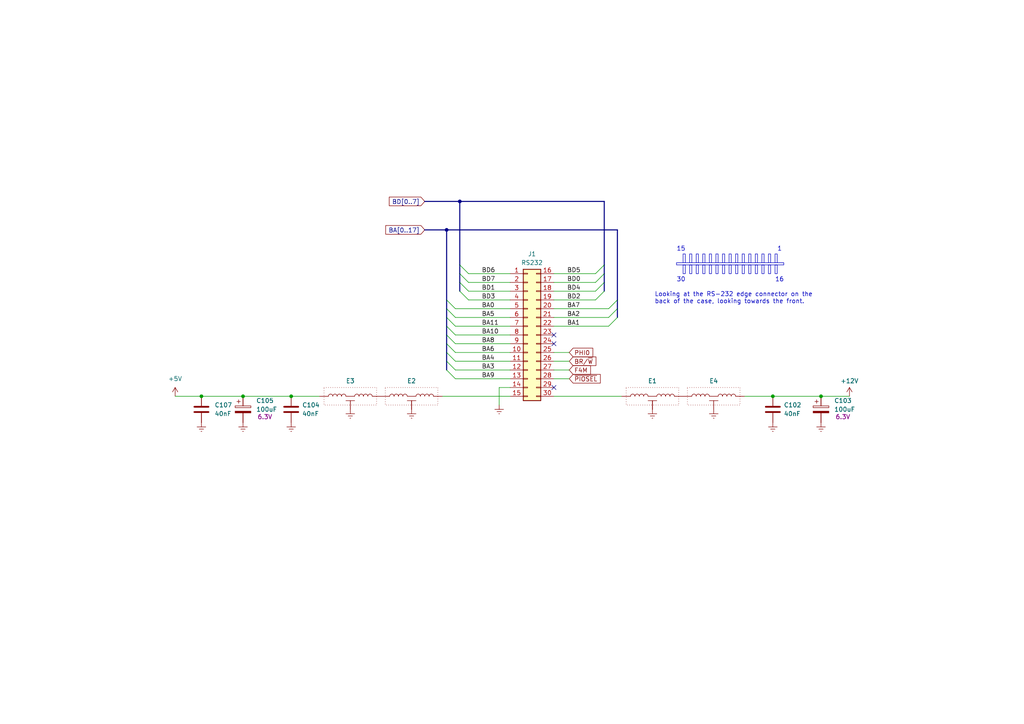
<source format=kicad_sch>
(kicad_sch (version 20230121) (generator eeschema)
  (paper "A4")
  (title_block (title "Dick Smith Cat - Motherboard") (date "1984") (company "Video Technology Ltd.") (comment 2 "Schematic Redrawn by Rhys Weatherley") (comment 3 "RS232 Interface"))
  (lib_symbols
    (symbol "Connector_Generic:Conn_02x15_Top_Bottom" (pin_names (offset 1.016) hide)
      (property "Reference" "J" (at 1.27 20.32 0))
      (property "Value" "Conn_02x15_Top_Bottom" (at 1.27 -20.32 0))
      (symbol "Conn_02x15_Top_Bottom_1_1"
        (rectangle (start -1.27 -17.653) (end 0 -17.907) (stroke (width 0.1524)))
        (rectangle (start -1.27 -15.113) (end 0 -15.367) (stroke (width 0.1524)))
        (rectangle (start -1.27 -12.573) (end 0 -12.827) (stroke (width 0.1524)))
        (rectangle (start -1.27 -10.033) (end 0 -10.287) (stroke (width 0.1524)))
        (rectangle (start -1.27 -7.493) (end 0 -7.747) (stroke (width 0.1524)))
        (rectangle (start -1.27 -4.953) (end 0 -5.207) (stroke (width 0.1524)))
        (rectangle (start -1.27 -2.413) (end 0 -2.667) (stroke (width 0.1524)))
        (rectangle (start -1.27 0.127) (end 0 -0.127) (stroke (width 0.1524)))
        (rectangle (start -1.27 2.667) (end 0 2.413) (stroke (width 0.1524)))
        (rectangle (start -1.27 5.207) (end 0 4.953) (stroke (width 0.1524)))
        (rectangle (start -1.27 7.747) (end 0 7.493) (stroke (width 0.1524)))
        (rectangle (start -1.27 10.287) (end 0 10.033) (stroke (width 0.1524)))
        (rectangle (start -1.27 12.827) (end 0 12.573) (stroke (width 0.1524)))
        (rectangle (start -1.27 15.367) (end 0 15.113) (stroke (width 0.1524)))
        (rectangle (start -1.27 17.907) (end 0 17.653) (stroke (width 0.1524)))
        (rectangle (start -1.27 19.05) (end 3.81 -19.05) (stroke (width 0.254)) (fill (type background)))
        (rectangle (start 3.81 -17.653) (end 2.54 -17.907) (stroke (width 0.1524)))
        (rectangle (start 3.81 -15.113) (end 2.54 -15.367) (stroke (width 0.1524)))
        (rectangle (start 3.81 -12.573) (end 2.54 -12.827) (stroke (width 0.1524)))
        (rectangle (start 3.81 -10.033) (end 2.54 -10.287) (stroke (width 0.1524)))
        (rectangle (start 3.81 -7.493) (end 2.54 -7.747) (stroke (width 0.1524)))
        (rectangle (start 3.81 -4.953) (end 2.54 -5.207) (stroke (width 0.1524)))
        (rectangle (start 3.81 -2.413) (end 2.54 -2.667) (stroke (width 0.1524)))
        (rectangle (start 3.81 0.127) (end 2.54 -0.127) (stroke (width 0.1524)))
        (rectangle (start 3.81 2.667) (end 2.54 2.413) (stroke (width 0.1524)))
        (rectangle (start 3.81 5.207) (end 2.54 4.953) (stroke (width 0.1524)))
        (rectangle (start 3.81 7.747) (end 2.54 7.493) (stroke (width 0.1524)))
        (rectangle (start 3.81 10.287) (end 2.54 10.033) (stroke (width 0.1524)))
        (rectangle (start 3.81 12.827) (end 2.54 12.573) (stroke (width 0.1524)))
        (rectangle (start 3.81 15.367) (end 2.54 15.113) (stroke (width 0.1524)))
        (rectangle (start 3.81 17.907) (end 2.54 17.653) (stroke (width 0.1524)))
        (pin passive line (at -5.08 17.78 0) (length 3.81) (name "Pin_1") (number "1"))
        (pin passive line (at -5.08 -5.08 0) (length 3.81) (name "Pin_10") (number "10"))
        (pin passive line (at -5.08 -7.62 0) (length 3.81) (name "Pin_11") (number "11"))
        (pin passive line (at -5.08 -10.16 0) (length 3.81) (name "Pin_12") (number "12"))
        (pin passive line (at -5.08 -12.7 0) (length 3.81) (name "Pin_13") (number "13"))
        (pin passive line (at -5.08 -15.24 0) (length 3.81) (name "Pin_14") (number "14"))
        (pin passive line (at -5.08 -17.78 0) (length 3.81) (name "Pin_15") (number "15"))
        (pin passive line (at 7.62 17.78 180) (length 3.81) (name "Pin_16") (number "16"))
        (pin passive line (at 7.62 15.24 180) (length 3.81) (name "Pin_17") (number "17"))
        (pin passive line (at 7.62 12.7 180) (length 3.81) (name "Pin_18") (number "18"))
        (pin passive line (at 7.62 10.16 180) (length 3.81) (name "Pin_19") (number "19"))
        (pin passive line (at -5.08 15.24 0) (length 3.81) (name "Pin_2") (number "2"))
        (pin passive line (at 7.62 7.62 180) (length 3.81) (name "Pin_20") (number "20"))
        (pin passive line (at 7.62 5.08 180) (length 3.81) (name "Pin_21") (number "21"))
        (pin passive line (at 7.62 2.54 180) (length 3.81) (name "Pin_22") (number "22"))
        (pin passive line (at 7.62 0 180) (length 3.81) (name "Pin_23") (number "23"))
        (pin passive line (at 7.62 -2.54 180) (length 3.81) (name "Pin_24") (number "24"))
        (pin passive line (at 7.62 -5.08 180) (length 3.81) (name "Pin_25") (number "25"))
        (pin passive line (at 7.62 -7.62 180) (length 3.81) (name "Pin_26") (number "26"))
        (pin passive line (at 7.62 -10.16 180) (length 3.81) (name "Pin_27") (number "27"))
        (pin passive line (at 7.62 -12.7 180) (length 3.81) (name "Pin_28") (number "28"))
        (pin passive line (at 7.62 -15.24 180) (length 3.81) (name "Pin_29") (number "29"))
        (pin passive line (at -5.08 12.7 0) (length 3.81) (name "Pin_3") (number "3"))
        (pin passive line (at 7.62 -17.78 180) (length 3.81) (name "Pin_30") (number "30"))
        (pin passive line (at -5.08 10.16 0) (length 3.81) (name "Pin_4") (number "4"))
        (pin passive line (at -5.08 7.62 0) (length 3.81) (name "Pin_5") (number "5"))
        (pin passive line (at -5.08 5.08 0) (length 3.81) (name "Pin_6") (number "6"))
        (pin passive line (at -5.08 2.54 0) (length 3.81) (name "Pin_7") (number "7"))
        (pin passive line (at -5.08 0 0) (length 3.81) (name "Pin_8") (number "8"))
        (pin passive line (at -5.08 -2.54 0) (length 3.81) (name "Pin_9") (number "9"))
      )
    )
    (symbol "Device:C" (pin_numbers hide) (pin_names (offset 0.254))
      (property "Reference" "C" (at 0.635 2.54 0))
      (property "Value" "C" (at 0.635 -2.54 0))
      (symbol "C_0_1"
        (polyline (pts (xy -2.032 -0.762) (xy 2.032 -0.762)) (stroke (width 0.508)))
        (polyline (pts (xy -2.032 0.762) (xy 2.032 0.762)) (stroke (width 0.508)))
      )
      (symbol "C_1_1"
        (pin passive line (at 0 3.81 270) (length 2.794) (name "~") (number "1"))
        (pin passive line (at 0 -3.81 90) (length 2.794) (name "~") (number "2"))
      )
    )
    (symbol "Device:C_Polarized" (pin_numbers hide) (pin_names (offset 0.254))
      (property "Reference" "C" (at 0.635 2.54 0))
      (property "Value" "C_Polarized" (at 0.635 -2.54 0))
      (symbol "C_Polarized_0_1"
        (rectangle (start -2.286 0.508) (end 2.286 1.016))
        (polyline (pts (xy -1.778 2.286) (xy -0.762 2.286)))
        (polyline (pts (xy -1.27 2.794) (xy -1.27 1.778)))
        (rectangle (start 2.286 -0.508) (end -2.286 -1.016) (fill (type outline)))
      )
      (symbol "C_Polarized_1_1"
        (pin passive line (at 0 3.81 270) (length 2.794) (name "~") (number "1"))
        (pin passive line (at 0 -3.81 90) (length 2.794) (name "~") (number "2"))
      )
    )
    (symbol "Line_Filter:Line_Filter" (pin_numbers hide) (pin_names (offset 1.016) hide)
      (property "Reference" "E" (at -2.54 3.81 0))
      (property "Value" "E" (at 1.27 3.81 0))
      (symbol "Line_Filter_0_1"
        (arc (start -7.62 0) (mid -8.255 0.6323) (end -8.89 0))
        (arc (start -6.35 0) (mid -6.985 0.6323) (end -7.62 0))
        (arc (start -5.08 0) (mid -5.715 0.6323) (end -6.35 0))
        (arc (start -3.81 0) (mid -4.445 0.6323) (end -5.08 0))
        (polyline (pts (xy -3.81 -1.27) (xy -1.27 -1.27)))
        (polyline (pts (xy -3.81 0) (xy -1.27 0)))
        (arc (start 0 0.0027) (mid -0.635 0.635) (end -1.27 0.0027))
        (arc (start 1.27 0.0027) (mid 0.635 0.635) (end 0 0.0027))
        (arc (start 2.54 0.0027) (mid 1.905 0.635) (end 1.27 0.0027))
        (arc (start 3.81 0.0027) (mid 3.175 0.635) (end 2.54 0.0027))
      )
      (symbol "Line_Filter_1_1"
        (rectangle (start -10.16 2.54) (end 5.08 -2.54) (stroke (width 0) (type dot)))
        (pin passive line (at -11.43 0 0) (length 2.54) (name "1") (number "1"))
        (pin passive line (at -2.54 -3.81 90) (length 2.54) (name "") (number "2"))
        (pin passive line (at 6.35 0 180) (length 2.54) (name "3") (number "3"))
      )
    )
    (symbol "power:+12V" (power) (pin_names (offset 0))
      (property "Value" "+12V" (at 0 3.556 0))
      (symbol "+12V_0_1"
        (polyline (pts (xy -0.762 1.27) (xy 0 2.54)))
        (polyline (pts (xy 0 0) (xy 0 2.54)))
        (polyline (pts (xy 0 2.54) (xy 0.762 1.27)))
      )
      (symbol "+12V_1_1"
        (pin power_in line (at 0 0 90) (length 0) hide (name "+12V") (number "1"))
      )
    )
    (symbol "power:+5V" (power) (pin_names (offset 0))
      (property "Value" "+5V" (at 0 3.556 0))
      (symbol "+5V_0_1"
        (polyline (pts (xy -0.762 1.27) (xy 0 2.54)))
        (polyline (pts (xy 0 0) (xy 0 2.54)))
        (polyline (pts (xy 0 2.54) (xy 0.762 1.27)))
      )
      (symbol "+5V_1_1"
        (pin power_in line (at 0 0 90) (length 0) hide (name "+5V") (number "1"))
      )
    )
    (symbol "power:Earth" (power) (pin_names (offset 0))
      (symbol "Earth_0_1"
        (polyline (pts (xy -0.635 -1.905) (xy 0.635 -1.905)))
        (polyline (pts (xy -0.127 -2.54) (xy 0.127 -2.54)))
        (polyline (pts (xy 0 -1.27) (xy 0 0)))
        (polyline (pts (xy 1.27 -1.27) (xy -1.27 -1.27)))
      )
      (symbol "Earth_1_1"
        (pin power_in line (at 0 0 270) (length 0) hide (name "Earth") (number "1"))
      )
    )
  )
  (junction (at 238.125 114.935))
  (junction (at 224.155 114.935))
  (junction (at 129.54 66.675))
  (junction (at 133.35 58.42))
  (junction (at 84.455 114.935))
  (junction (at 58.42 114.935))
  (junction (at 70.485 114.935))
  (no_connect (at 160.655 112.395))
  (no_connect (at 160.655 97.155))
  (no_connect (at 160.655 99.695))
  (bus_entry (at 129.54 94.615) (size 2.54 2.54))
  (bus_entry (at 133.35 84.455) (size 2.54 2.54))
  (bus_entry (at 179.07 89.535) (size -2.54 2.54))
  (bus_entry (at 175.26 84.455) (size -2.54 2.54))
  (bus_entry (at 129.54 107.315) (size 2.54 2.54))
  (bus_entry (at 129.54 99.695) (size 2.54 2.54))
  (bus_entry (at 179.07 86.995) (size -2.54 2.54))
  (bus_entry (at 179.07 92.075) (size -2.54 2.54))
  (bus_entry (at 129.54 86.995) (size 2.54 2.54))
  (bus_entry (at 129.54 89.535) (size 2.54 2.54))
  (bus_entry (at 129.54 92.075) (size 2.54 2.54))
  (bus_entry (at 133.35 79.375) (size 2.54 2.54))
  (bus_entry (at 129.54 97.155) (size 2.54 2.54))
  (bus_entry (at 133.35 76.835) (size 2.54 2.54))
  (bus_entry (at 175.26 79.375) (size -2.54 2.54))
  (bus_entry (at 133.35 81.915) (size 2.54 2.54))
  (bus_entry (at 175.26 81.915) (size -2.54 2.54))
  (bus_entry (at 129.54 104.775) (size 2.54 2.54))
  (bus_entry (at 129.54 102.235) (size 2.54 2.54))
  (bus_entry (at 175.26 76.835) (size -2.54 2.54))
  (bus (pts (xy 133.35 76.835) (xy 133.35 79.375)))
  (bus (pts (xy 129.54 102.235) (xy 129.54 104.775)))
  (wire (pts (xy 224.155 114.935) (xy 215.9 114.935)))
  (wire (pts (xy 132.08 94.615) (xy 147.955 94.615)))
  (wire (pts (xy 238.125 114.935) (xy 224.155 114.935)))
  (bus (pts (xy 129.54 99.695) (xy 129.54 102.235)))
  (bus (pts (xy 133.35 58.42) (xy 175.26 58.42)))
  (wire (pts (xy 172.72 81.915) (xy 160.655 81.915)))
  (wire (pts (xy 132.08 107.315) (xy 147.955 107.315)))
  (wire (pts (xy 176.53 92.075) (xy 160.655 92.075)))
  (wire (pts (xy 135.89 81.915) (xy 147.955 81.915)))
  (bus (pts (xy 129.54 86.995) (xy 129.54 89.535)))
  (wire (pts (xy 132.08 89.535) (xy 147.955 89.535)))
  (bus (pts (xy 129.54 94.615) (xy 129.54 97.155)))
  (wire (pts (xy 132.08 92.075) (xy 147.955 92.075)))
  (bus (pts (xy 175.26 76.835) (xy 175.26 79.375)))
  (bus (pts (xy 129.54 66.675) (xy 129.54 86.995)))
  (bus (pts (xy 175.26 79.375) (xy 175.26 81.915)))
  (wire (pts (xy 132.08 97.155) (xy 147.955 97.155)))
  (bus (pts (xy 123.19 58.42) (xy 133.35 58.42)))
  (wire (pts (xy 172.72 79.375) (xy 160.655 79.375)))
  (wire (pts (xy 132.08 102.235) (xy 147.955 102.235)))
  (wire (pts (xy 132.08 109.855) (xy 147.955 109.855)))
  (bus (pts (xy 123.19 66.675) (xy 129.54 66.675)))
  (bus (pts (xy 179.07 66.675) (xy 179.07 86.995)))
  (bus (pts (xy 175.26 58.42) (xy 175.26 76.835)))
  (wire (pts (xy 144.78 112.395) (xy 144.78 117.475)))
  (bus (pts (xy 179.07 89.535) (xy 179.07 92.075)))
  (bus (pts (xy 179.07 86.995) (xy 179.07 89.535)))
  (wire (pts (xy 128.27 114.935) (xy 147.955 114.935)))
  (bus (pts (xy 129.54 104.775) (xy 129.54 107.315)))
  (bus (pts (xy 175.26 81.915) (xy 175.26 84.455)))
  (wire (pts (xy 147.955 112.395) (xy 144.78 112.395)))
  (bus (pts (xy 129.54 89.535) (xy 129.54 92.075)))
  (wire (pts (xy 172.72 86.995) (xy 160.655 86.995)))
  (wire (pts (xy 70.485 114.935) (xy 84.455 114.935)))
  (bus (pts (xy 133.35 58.42) (xy 133.35 76.835)))
  (wire (pts (xy 238.125 114.935) (xy 246.38 114.935)))
  (bus (pts (xy 129.54 97.155) (xy 129.54 99.695)))
  (wire (pts (xy 132.08 99.695) (xy 147.955 99.695)))
  (wire (pts (xy 176.53 89.535) (xy 160.655 89.535)))
  (wire (pts (xy 160.655 104.775) (xy 165.1 104.775)))
  (wire (pts (xy 50.8 114.935) (xy 58.42 114.935)))
  (wire (pts (xy 176.53 94.615) (xy 160.655 94.615)))
  (wire (pts (xy 84.455 114.935) (xy 92.71 114.935)))
  (wire (pts (xy 58.42 114.935) (xy 70.485 114.935)))
  (wire (pts (xy 160.655 109.855) (xy 165.1 109.855)))
  (wire (pts (xy 180.34 114.935) (xy 160.655 114.935)))
  (wire (pts (xy 160.655 107.315) (xy 165.1 107.315)))
  (wire (pts (xy 132.08 104.775) (xy 147.955 104.775)))
  (bus (pts (xy 133.35 81.915) (xy 133.35 84.455)))
  (wire (pts (xy 135.89 84.455) (xy 147.955 84.455)))
  (wire (pts (xy 160.655 102.235) (xy 165.1 102.235)))
  (wire (pts (xy 135.89 79.375) (xy 147.955 79.375)))
  (bus (pts (xy 129.54 92.075) (xy 129.54 94.615)))
  (wire (pts (xy 172.72 84.455) (xy 160.655 84.455)))
  (bus (pts (xy 129.54 66.675) (xy 179.07 66.675)))
  (bus (pts (xy 133.35 79.375) (xy 133.35 81.915)))
  (wire (pts (xy 135.89 86.995) (xy 147.955 86.995)))
  (rectangle (start 224.79 76.835) (end 225.425 79.375))
  (rectangle (start 219.075 76.835) (end 219.71 79.375))
  (rectangle (start 213.36 73.66) (end 213.995 76.2))
  (rectangle (start 203.835 73.66) (end 204.47 76.2))
  (rectangle (start 222.885 76.835) (end 223.52 79.375))
  (rectangle (start 205.74 73.66) (end 206.375 76.2))
  (rectangle (start 201.93 73.66) (end 202.565 76.2))
  (rectangle (start 217.17 73.66) (end 217.805 76.2))
  (rectangle (start 207.645 73.66) (end 208.28 76.2))
  (rectangle (start 203.835 76.835) (end 204.47 79.375))
  (rectangle (start 209.55 76.835) (end 210.185 79.375))
  (rectangle (start 200.025 73.66) (end 200.66 76.2))
  (rectangle (start 215.265 76.835) (end 215.9 79.375))
  (rectangle (start 198.12 76.835) (end 198.755 79.375))
  (rectangle (start 220.98 73.66) (end 221.615 76.2))
  (rectangle (start 222.885 73.66) (end 223.52 76.2))
  (rectangle (start 220.98 76.835) (end 221.615 79.375))
  (rectangle (start 211.455 73.66) (end 212.09 76.2))
  (rectangle (start 200.025 76.835) (end 200.66 79.375))
  (rectangle (start 211.455 76.835) (end 212.09 79.375))
  (rectangle (start 213.36 76.835) (end 213.995 79.375))
  (rectangle (start 217.17 76.835) (end 217.805 79.375))
  (rectangle (start 205.74 76.835) (end 206.375 79.375))
  (rectangle (start 196.215 76.2) (end 227.33 76.835))
  (rectangle (start 207.645 76.835) (end 208.28 79.375))
  (rectangle (start 201.93 76.835) (end 202.565 79.375))
  (rectangle (start 215.265 73.66) (end 215.9 76.2))
  (rectangle (start 224.79 73.66) (end 225.425 76.2))
  (rectangle (start 198.12 73.66) (end 198.755 76.2))
  (rectangle (start 209.55 73.66) (end 210.185 76.2))
  (rectangle (start 219.075 73.66) (end 219.71 76.2))
  (text "1" (at 225.425 73.025 0) (effects (font (size 1.27 1.27)) (justify left bottom)))
  (text "Looking at the RS-232 edge connector on the\nback of the case, looking towards the front." (at 189.865 88.265 0) (effects (font (size 1.27 1.27)) (justify left bottom)))
  (text "15" (at 196.215 73.025 0) (effects (font (size 1.27 1.27)) (justify left bottom)))
  (text "30" (at 196.215 81.915 0) (effects (font (size 1.27 1.27)) (justify left bottom)))
  (text "16" (at 224.79 81.915 0) (effects (font (size 1.27 1.27)) (justify left bottom)))
  (label "BD2" (at 164.465 86.995 0))
  (label "BD4" (at 164.465 84.455 0))
  (label "BA2" (at 164.465 92.075 0))
  (label "BD6" (at 139.7 79.375 0))
  (label "BA10" (at 139.7 97.155 0))
  (label "BA7" (at 164.465 89.535 0))
  (label "BA5" (at 139.7 92.075 0))
  (label "BA8" (at 139.7 99.695 0))
  (label "BA3" (at 139.7 107.315 0))
  (label "BD1" (at 139.7 84.455 0))
  (label "BA6" (at 139.7 102.235 0))
  (label "BA1" (at 164.465 94.615 0))
  (label "BA9" (at 139.7 109.855 0))
  (label "BD3" (at 139.7 86.995 0))
  (label "BD7" (at 139.7 81.915 0))
  (label "BD5" (at 164.465 79.375 0))
  (label "BD0" (at 164.465 81.915 0))
  (label "BA11" (at 139.7 94.615 0))
  (label "BA4" (at 139.7 104.775 0))
  (label "BA0" (at 139.7 89.535 0))
  (global_label "F4M" (shape input) (at 165.1 107.315 0) (property "Intersheetrefs" "${INTERSHEET_REFS}" (effects hide)))
  (global_label "BR{slash}~{W}" (shape input) (at 165.1 104.775 0) (property "Intersheetrefs" "${INTERSHEET_REFS}" (effects hide)))
  (global_label "~{PIOSEL}" (shape input) (at 165.1 109.855 0) (property "Intersheetrefs" "${INTERSHEET_REFS}" (effects hide)))
  (global_label "BD[0..7]" (shape input) (at 123.19 58.42 180) (property "Intersheetrefs" "${INTERSHEET_REFS}" (effects hide)))
  (global_label "PHI0" (shape input) (at 165.1 102.235 0) (property "Intersheetrefs" "${INTERSHEET_REFS}" (effects hide)))
  (global_label "BA[0..17]" (shape input) (at 123.19 66.675 180) (property "Intersheetrefs" "${INTERSHEET_REFS}" (effects hide)))
  (symbol (lib_id "Line_Filter:Line_Filter") (at 104.14 114.935 0) (unit 1)
    (property "Reference" "E3" (at 101.6 110.49 0))
    (property "Value" "E" (effects hide))
  )
  (symbol (lib_id "power:Earth") (at 207.01 118.745 0) (mirror y) (unit 1)
    (property "Reference" "#PWR0216" (effects hide))
    (property "Value" "Earth" (effects hide))
  )
  (symbol (lib_id "Line_Filter:Line_Filter") (at 186.69 114.935 0) (mirror y) (unit 1)
    (property "Reference" "E1" (at 189.23 110.49 0))
    (property "Value" "E" (effects hide))
  )
  (symbol (lib_id "power:Earth") (at 189.23 118.745 0) (mirror y) (unit 1)
    (property "Reference" "#PWR0217" (effects hide))
    (property "Value" "Earth" (effects hide))
  )
  (symbol (lib_id "Device:C") (at 58.42 118.745 0) (unit 1)
    (property "Reference" "C107" (at 62.23 117.475 0) (effects (justify left)))
    (property "Value" "40nF" (at 62.23 120.015 0) (effects (justify left)))
    (property "Footprint" "Capacitor_THT:C_Disc_D5.0mm_W2.5mm_P5.00mm" (effects hide))
  )
  (symbol (lib_id "power:Earth") (at 238.125 122.555 0) (mirror y) (unit 1)
    (property "Reference" "#PWR0214" (effects hide))
    (property "Value" "Earth" (effects hide))
  )
  (symbol (lib_id "power:Earth") (at 84.455 122.555 0) (unit 1)
    (property "Reference" "#PWR0209" (effects hide))
    (property "Value" "Earth" (effects hide))
  )
  (symbol (lib_id "power:Earth") (at 144.78 117.475 0) (unit 1)
    (property "Reference" "#PWR0205" (effects hide))
    (property "Value" "Earth" (effects hide))
  )
  (symbol (lib_id "Device:C") (at 224.155 118.745 0) (mirror y) (unit 1)
    (property "Reference" "C102" (at 227.33 117.475 0) (effects (justify right)))
    (property "Value" "40nF" (at 227.33 120.015 0) (effects (justify right)))
    (property "Footprint" "Capacitor_THT:C_Disc_D5.0mm_W2.5mm_P5.00mm" (effects hide))
  )
  (symbol (lib_id "power:Earth") (at 58.42 122.555 0) (unit 1)
    (property "Reference" "#PWR0211" (effects hide))
    (property "Value" "Earth" (effects hide))
  )
  (symbol (lib_id "Device:C") (at 84.455 118.745 0) (unit 1)
    (property "Reference" "C104" (at 87.63 117.475 0) (effects (justify left)))
    (property "Value" "40nF" (at 87.63 120.015 0) (effects (justify left)))
    (property "Footprint" "Capacitor_THT:C_Disc_D5.0mm_W2.5mm_P5.00mm" (effects hide))
  )
  (symbol (lib_id "power:Earth") (at 224.155 122.555 0) (mirror y) (unit 1)
    (property "Reference" "#PWR0215" (effects hide))
    (property "Value" "Earth" (effects hide))
  )
  (symbol (lib_id "Line_Filter:Line_Filter") (at 204.47 114.935 0) (mirror y) (unit 1)
    (property "Reference" "E4" (at 207.01 110.49 0))
    (property "Value" "E" (effects hide))
  )
  (symbol (lib_id "Device:C_Polarized") (at 70.485 118.745 0) (unit 1)
    (property "Reference" "C105" (at 74.295 116.205 0) (effects (justify left)))
    (property "Value" "100uF" (at 74.295 118.745 0) (effects (justify left)))
    (property "Footprint" "Capacitor_THT:CP_Radial_D8.0mm_P5.00mm" (effects hide))
    (property "Rating" "6.3V" (at 76.835 120.904 0))
  )
  (symbol (lib_id "power:Earth") (at 70.485 122.555 0) (unit 1)
    (property "Reference" "#PWR0210" (effects hide))
    (property "Value" "Earth" (effects hide))
  )
  (symbol (lib_id "Line_Filter:Line_Filter") (at 121.92 114.935 0) (unit 1)
    (property "Reference" "E2" (at 119.38 110.49 0))
    (property "Value" "E" (effects hide))
  )
  (symbol (lib_id "Device:C_Polarized") (at 238.125 118.745 0) (unit 1)
    (property "Reference" "C103" (at 241.935 116.205 0) (effects (justify left)))
    (property "Value" "100uF" (at 241.935 118.745 0) (effects (justify left)))
    (property "Footprint" "Capacitor_THT:CP_Radial_D8.0mm_P5.00mm" (effects hide))
    (property "Rating" "6.3V" (at 244.475 120.904 0))
  )
  (symbol (lib_id "power:+12V") (at 246.38 114.935 0) (unit 1)
    (property "Reference" "#PWR0212" (effects hide))
    (property "Value" "+12V" (at 246.38 110.49 0))
  )
  (symbol (lib_id "power:Earth") (at 101.6 118.745 0) (unit 1)
    (property "Reference" "#PWR0207" (effects hide))
    (property "Value" "Earth" (effects hide))
  )
  (symbol (lib_id "power:+5V") (at 50.8 114.935 0) (unit 1)
    (property "Reference" "#PWR0206" (effects hide))
    (property "Value" "+5V" (at 50.8 109.855 0))
  )
  (symbol (lib_id "Connector_Generic:Conn_02x15_Top_Bottom") (at 153.035 97.155 0) (unit 1)
    (property "Reference" "J1" (at 154.305 73.66 0))
    (property "Value" "RS232" (at 154.305 76.2 0))
  )
  (symbol (lib_id "power:Earth") (at 119.38 118.745 0) (unit 1)
    (property "Reference" "#PWR0208" (effects hide))
    (property "Value" "Earth" (effects hide))
  )
)
</source>
